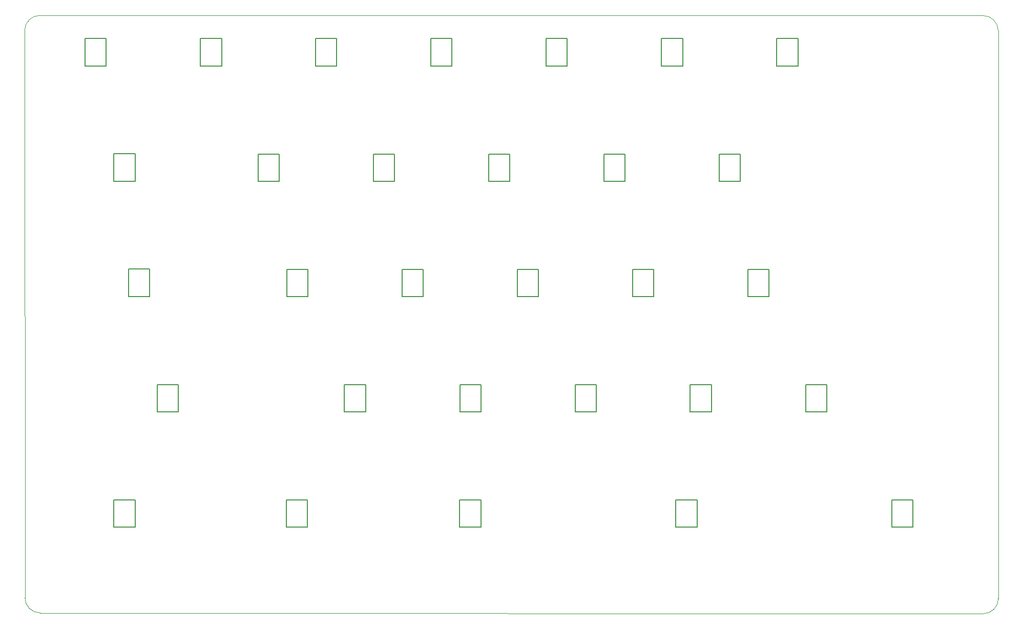
<source format=gm1>
G04 #@! TF.GenerationSoftware,KiCad,Pcbnew,(6.0.7)*
G04 #@! TF.CreationDate,2022-08-16T06:32:24+00:00*
G04 #@! TF.ProjectId,zzsplit,7a7a7370-6c69-4742-9e6b-696361645f70,rev?*
G04 #@! TF.SameCoordinates,Original*
G04 #@! TF.FileFunction,Profile,NP*
%FSLAX46Y46*%
G04 Gerber Fmt 4.6, Leading zero omitted, Abs format (unit mm)*
G04 Created by KiCad (PCBNEW (6.0.7)) date 2022-08-16 06:32:24*
%MOMM*%
%LPD*%
G01*
G04 APERTURE LIST*
G04 #@! TA.AperFunction,Profile*
%ADD10C,0.150000*%
G04 #@! TD*
G04 #@! TA.AperFunction,Profile*
%ADD11C,0.100000*%
G04 #@! TD*
G04 APERTURE END LIST*
D10*
X127620000Y-104490000D02*
X131120000Y-104490000D01*
X70460000Y-128070000D02*
X70460000Y-123570000D01*
X151440000Y-66360000D02*
X154940000Y-66360000D01*
X65690000Y-51800000D02*
X65690000Y-47300000D01*
X135890000Y-66360000D02*
X135890000Y-70860000D01*
D11*
X58200000Y-43460000D02*
X214110000Y-43490001D01*
D10*
X72850000Y-85400000D02*
X76350000Y-85400000D01*
X154940000Y-70860000D02*
X151440000Y-70860000D01*
D11*
X55740000Y-139720000D02*
G75*
G03*
X58240000Y-142220000I2500000J0D01*
G01*
D10*
X164450000Y-47300000D02*
X164450000Y-51800000D01*
X165700000Y-108980000D02*
X165700000Y-104480000D01*
X107290000Y-51800000D02*
X103790000Y-51800000D01*
X166830000Y-123540000D02*
X166830000Y-128040000D01*
X141890000Y-51800000D02*
X141890000Y-47300000D01*
X199040000Y-123550000D02*
X202540000Y-123550000D01*
X65690000Y-47300000D02*
X69190000Y-47300000D01*
X131120000Y-104490000D02*
X131120000Y-108990000D01*
X160950000Y-47300000D02*
X164450000Y-47300000D01*
X121600000Y-89930000D02*
X118100000Y-89930000D01*
X169200000Y-108980000D02*
X165700000Y-108980000D01*
X180000000Y-51800000D02*
X180000000Y-47300000D01*
X84750000Y-47300000D02*
X88250000Y-47300000D01*
X132390000Y-66360000D02*
X135890000Y-66360000D01*
X99050000Y-89930000D02*
X99050000Y-85430000D01*
X97790000Y-66360000D02*
X97790000Y-70860000D01*
X163330000Y-128040000D02*
X163330000Y-123540000D01*
D11*
X216600019Y-45990000D02*
X216630000Y-139850000D01*
D10*
X154940000Y-66360000D02*
X154940000Y-70860000D01*
X73960000Y-123570000D02*
X73960000Y-128070000D01*
X116830000Y-66360000D02*
X116830000Y-70860000D01*
X151440000Y-70860000D02*
X151440000Y-66360000D01*
X99050000Y-85430000D02*
X102550000Y-85430000D01*
X103790000Y-47300000D02*
X107290000Y-47300000D01*
X113330000Y-70860000D02*
X113330000Y-66360000D01*
X77610000Y-104520000D02*
X81110000Y-104520000D01*
X112060000Y-104500000D02*
X112060000Y-109000000D01*
X69190000Y-47300000D02*
X69190000Y-51800000D01*
X140650000Y-85420000D02*
X140650000Y-89920000D01*
X107290000Y-47300000D02*
X107290000Y-51800000D01*
X146670000Y-108990000D02*
X146670000Y-104490000D01*
X84750000Y-51800000D02*
X84750000Y-47300000D01*
X116830000Y-70860000D02*
X113330000Y-70860000D01*
X118100000Y-85430000D02*
X121600000Y-85430000D01*
X170490000Y-66360000D02*
X173990000Y-66360000D01*
X118100000Y-89930000D02*
X118100000Y-85430000D01*
X127610000Y-128050000D02*
X127610000Y-123550000D01*
X88250000Y-47300000D02*
X88250000Y-51800000D01*
X126340000Y-47300000D02*
X126340000Y-51800000D01*
X94290000Y-70860000D02*
X94290000Y-66360000D01*
X103790000Y-51800000D02*
X103790000Y-47300000D01*
X98960000Y-123560000D02*
X102460000Y-123560000D01*
X180000000Y-47300000D02*
X183500000Y-47300000D01*
X159700000Y-85420000D02*
X159700000Y-89920000D01*
X102550000Y-89930000D02*
X99050000Y-89930000D01*
X102460000Y-128060000D02*
X98960000Y-128060000D01*
X173990000Y-66360000D02*
X173990000Y-70860000D01*
X173990000Y-70860000D02*
X170490000Y-70860000D01*
X183500000Y-47300000D02*
X183500000Y-51800000D01*
X131110000Y-123550000D02*
X131110000Y-128050000D01*
D11*
X214109920Y-142359980D02*
X58240000Y-142220000D01*
D10*
X178750000Y-85430000D02*
X178750000Y-89930000D01*
X97790000Y-70860000D02*
X94290000Y-70860000D01*
D11*
X55700000Y-45960000D02*
X55740000Y-139720000D01*
D10*
X72850000Y-89900000D02*
X72850000Y-85400000D01*
X150170000Y-108990000D02*
X146670000Y-108990000D01*
X188270000Y-104490000D02*
X188270000Y-108990000D01*
X70460000Y-123570000D02*
X73960000Y-123570000D01*
X175250000Y-85430000D02*
X178750000Y-85430000D01*
X81110000Y-109020000D02*
X77610000Y-109020000D01*
X98960000Y-128060000D02*
X98960000Y-123560000D01*
X156200000Y-89920000D02*
X156200000Y-85420000D01*
X132390000Y-70860000D02*
X132390000Y-66360000D01*
X73950000Y-70850000D02*
X70450000Y-70850000D01*
X146670000Y-104490000D02*
X150170000Y-104490000D01*
X122840000Y-51800000D02*
X122840000Y-47300000D01*
X112060000Y-109000000D02*
X108560000Y-109000000D01*
X202540000Y-128050000D02*
X199040000Y-128050000D01*
X70450000Y-66350000D02*
X73950000Y-66350000D01*
X126340000Y-51800000D02*
X122840000Y-51800000D01*
X122840000Y-47300000D02*
X126340000Y-47300000D01*
X131120000Y-108990000D02*
X127620000Y-108990000D01*
X121600000Y-85430000D02*
X121600000Y-89930000D01*
X108560000Y-104500000D02*
X112060000Y-104500000D01*
X165700000Y-104480000D02*
X169200000Y-104480000D01*
X113330000Y-66360000D02*
X116830000Y-66360000D01*
X108560000Y-109000000D02*
X108560000Y-104500000D01*
X94290000Y-66360000D02*
X97790000Y-66360000D01*
X73950000Y-66350000D02*
X73950000Y-70850000D01*
D11*
X214109920Y-142359980D02*
G75*
G03*
X216630000Y-139850000I10080J2509980D01*
G01*
D10*
X102550000Y-85430000D02*
X102550000Y-89930000D01*
X202540000Y-123550000D02*
X202540000Y-128050000D01*
X156200000Y-85420000D02*
X159700000Y-85420000D01*
X127610000Y-123550000D02*
X131110000Y-123550000D01*
X164450000Y-51800000D02*
X160950000Y-51800000D01*
X141890000Y-47300000D02*
X145390000Y-47300000D01*
X76350000Y-89900000D02*
X72850000Y-89900000D01*
D11*
X216600019Y-45990000D02*
G75*
G03*
X214110000Y-43490001I-2500019J0D01*
G01*
D10*
X137150000Y-85420000D02*
X140650000Y-85420000D01*
X140650000Y-89920000D02*
X137150000Y-89920000D01*
X76350000Y-85400000D02*
X76350000Y-89900000D01*
X102460000Y-123560000D02*
X102460000Y-128060000D01*
X178750000Y-89930000D02*
X175250000Y-89930000D01*
X145390000Y-47300000D02*
X145390000Y-51800000D01*
X73960000Y-128070000D02*
X70460000Y-128070000D01*
X159700000Y-89920000D02*
X156200000Y-89920000D01*
X184770000Y-108990000D02*
X184770000Y-104490000D01*
X137150000Y-89920000D02*
X137150000Y-85420000D01*
X169200000Y-104480000D02*
X169200000Y-108980000D01*
X183500000Y-51800000D02*
X180000000Y-51800000D01*
X170490000Y-70860000D02*
X170490000Y-66360000D01*
X166830000Y-128040000D02*
X163330000Y-128040000D01*
X70450000Y-70850000D02*
X70450000Y-66350000D01*
X175250000Y-89930000D02*
X175250000Y-85430000D01*
X188270000Y-108990000D02*
X184770000Y-108990000D01*
X184770000Y-104490000D02*
X188270000Y-104490000D01*
X81110000Y-104520000D02*
X81110000Y-109020000D01*
X160950000Y-51800000D02*
X160950000Y-47300000D01*
X135890000Y-70860000D02*
X132390000Y-70860000D01*
X150170000Y-104490000D02*
X150170000Y-108990000D01*
X131110000Y-128050000D02*
X127610000Y-128050000D01*
X69190000Y-51800000D02*
X65690000Y-51800000D01*
X145390000Y-51800000D02*
X141890000Y-51800000D01*
D11*
X58200000Y-43460000D02*
G75*
G03*
X55700000Y-45960000I0J-2500000D01*
G01*
D10*
X88250000Y-51800000D02*
X84750000Y-51800000D01*
X77610000Y-109020000D02*
X77610000Y-104520000D01*
X163330000Y-123540000D02*
X166830000Y-123540000D01*
X127620000Y-108990000D02*
X127620000Y-104490000D01*
X199040000Y-128050000D02*
X199040000Y-123550000D01*
M02*

</source>
